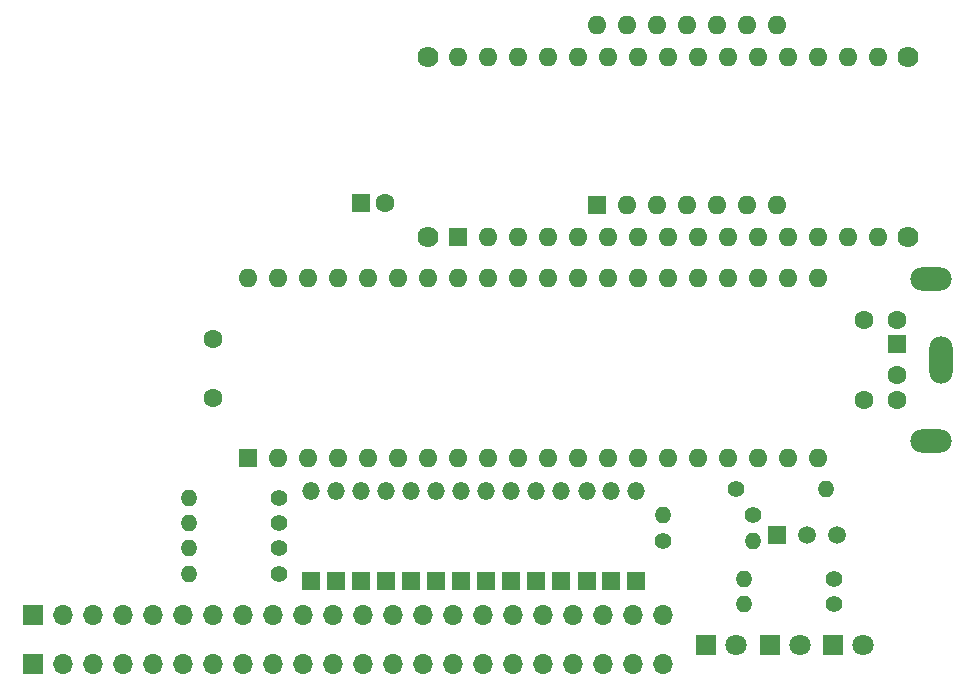
<source format=gbr>
%TF.GenerationSoftware,KiCad,Pcbnew,7.0.11*%
%TF.CreationDate,2024-06-27T03:27:34+01:00*%
%TF.ProjectId,Electron-PS2USB,456c6563-7472-46f6-9e2d-505332555342,rev?*%
%TF.SameCoordinates,Original*%
%TF.FileFunction,Soldermask,Top*%
%TF.FilePolarity,Negative*%
%FSLAX46Y46*%
G04 Gerber Fmt 4.6, Leading zero omitted, Abs format (unit mm)*
G04 Created by KiCad (PCBNEW 7.0.11) date 2024-06-27 03:27:34*
%MOMM*%
%LPD*%
G01*
G04 APERTURE LIST*
%ADD10R,1.500000X1.500000*%
%ADD11O,1.500000X1.500000*%
%ADD12C,1.500000*%
%ADD13C,1.780000*%
%ADD14R,1.600000X1.600000*%
%ADD15O,1.600000X1.600000*%
%ADD16C,1.400000*%
%ADD17O,1.400000X1.400000*%
%ADD18R,1.800000X1.800000*%
%ADD19C,1.800000*%
%ADD20C,1.600000*%
%ADD21O,3.500000X2.000000*%
%ADD22O,2.000000X4.000000*%
%ADD23R,1.700000X1.700000*%
%ADD24O,1.700000X1.700000*%
G04 APERTURE END LIST*
D10*
%TO.C,D6*%
X82875000Y-106640000D03*
D11*
X82875000Y-99020000D03*
%TD*%
D10*
%TO.C,Q1*%
X111745000Y-102775000D03*
D12*
X114285000Y-102775000D03*
X116825000Y-102775000D03*
%TD*%
D13*
%TO.C,U2*%
X82160000Y-77540000D03*
X122800000Y-77540000D03*
X82160000Y-62300000D03*
X122800000Y-62300000D03*
D14*
X84700000Y-77540000D03*
D15*
X87240000Y-77540000D03*
X89780000Y-77540000D03*
X92320000Y-77540000D03*
X94860000Y-77540000D03*
X97400000Y-77540000D03*
X99940000Y-77540000D03*
X102480000Y-77540000D03*
X105020000Y-77540000D03*
X107560000Y-77540000D03*
X110100000Y-77540000D03*
X112640000Y-77540000D03*
X115180000Y-77540000D03*
X117720000Y-77540000D03*
X120260000Y-77540000D03*
X120260000Y-62300000D03*
X117720000Y-62300000D03*
X115180000Y-62300000D03*
X112640000Y-62300000D03*
X110100000Y-62300000D03*
X107560000Y-62300000D03*
X105020000Y-62300000D03*
X102480000Y-62300000D03*
X99940000Y-62300000D03*
X97400000Y-62300000D03*
X94860000Y-62300000D03*
X92320000Y-62300000D03*
X89780000Y-62300000D03*
X87240000Y-62300000D03*
X84700000Y-62300000D03*
%TD*%
D10*
%TO.C,D7*%
X84975000Y-106640000D03*
D11*
X84975000Y-99020000D03*
%TD*%
D14*
%TO.C,U1*%
X66925000Y-96225000D03*
D15*
X69465000Y-96225000D03*
X72005000Y-96225000D03*
X74545000Y-96225000D03*
X77085000Y-96225000D03*
X79625000Y-96225000D03*
X82165000Y-96225000D03*
X84705000Y-96225000D03*
X87245000Y-96225000D03*
X89785000Y-96225000D03*
X92325000Y-96225000D03*
X94865000Y-96225000D03*
X97405000Y-96225000D03*
X99945000Y-96225000D03*
X102485000Y-96225000D03*
X105025000Y-96225000D03*
X107565000Y-96225000D03*
X110105000Y-96225000D03*
X112645000Y-96225000D03*
X115185000Y-96225000D03*
X115185000Y-80985000D03*
X112645000Y-80985000D03*
X110105000Y-80985000D03*
X107565000Y-80985000D03*
X105025000Y-80985000D03*
X102485000Y-80985000D03*
X99945000Y-80985000D03*
X97405000Y-80985000D03*
X94865000Y-80985000D03*
X92325000Y-80985000D03*
X89785000Y-80985000D03*
X87245000Y-80985000D03*
X84705000Y-80985000D03*
X82165000Y-80985000D03*
X79625000Y-80985000D03*
X77085000Y-80985000D03*
X74545000Y-80985000D03*
X72005000Y-80985000D03*
X69465000Y-80985000D03*
X66925000Y-80985000D03*
%TD*%
D16*
%TO.C,R18*%
X116560000Y-108650000D03*
D17*
X108940000Y-108650000D03*
%TD*%
D10*
%TO.C,D9*%
X89225000Y-106640000D03*
D11*
X89225000Y-99020000D03*
%TD*%
D18*
%TO.C,D17*%
X116435000Y-112100000D03*
D19*
X118975000Y-112100000D03*
%TD*%
D10*
%TO.C,D8*%
X87100000Y-106640000D03*
D11*
X87100000Y-99020000D03*
%TD*%
D16*
%TO.C,R3*%
X69600000Y-103900000D03*
D17*
X61980000Y-103900000D03*
%TD*%
D16*
%TO.C,R4*%
X69600000Y-101750000D03*
D17*
X61980000Y-101750000D03*
%TD*%
D14*
%TO.C,J3*%
X121925000Y-86625000D03*
D20*
X121925000Y-89225000D03*
X121925000Y-84525000D03*
X121925000Y-91325000D03*
X119125000Y-84525000D03*
X119125000Y-91325000D03*
D21*
X124775000Y-94775000D03*
D22*
X125575000Y-87925000D03*
D21*
X124775000Y-81075000D03*
%TD*%
D16*
%TO.C,R17*%
X102065000Y-103275000D03*
D17*
X109685000Y-103275000D03*
%TD*%
D10*
%TO.C,D14*%
X99800000Y-106640000D03*
D11*
X99800000Y-99020000D03*
%TD*%
D10*
%TO.C,D3*%
X76525000Y-106640000D03*
D11*
X76525000Y-99020000D03*
%TD*%
D10*
%TO.C,D5*%
X80750000Y-106640000D03*
D11*
X80750000Y-99020000D03*
%TD*%
D18*
%TO.C,D16*%
X111125000Y-112100000D03*
D19*
X113665000Y-112100000D03*
%TD*%
D10*
%TO.C,D12*%
X95600000Y-106640000D03*
D11*
X95600000Y-99020000D03*
%TD*%
D23*
%TO.C,CP1*%
X48755000Y-113650000D03*
D24*
X51295000Y-113650000D03*
X53835000Y-113650000D03*
X56375000Y-113650000D03*
X58915000Y-113650000D03*
X61455000Y-113650000D03*
X63995000Y-113650000D03*
X66535000Y-113650000D03*
X69075000Y-113650000D03*
X71615000Y-113650000D03*
X74155000Y-113650000D03*
X76695000Y-113650000D03*
X79235000Y-113650000D03*
X81775000Y-113650000D03*
X84315000Y-113650000D03*
X86855000Y-113650000D03*
X89395000Y-113650000D03*
X91935000Y-113650000D03*
X94475000Y-113650000D03*
X97015000Y-113650000D03*
X99555000Y-113650000D03*
X102095000Y-113650000D03*
%TD*%
D16*
%TO.C,R16*%
X109685000Y-101100000D03*
D17*
X102065000Y-101100000D03*
%TD*%
D16*
%TO.C,R5*%
X69600000Y-99600000D03*
D17*
X61980000Y-99600000D03*
%TD*%
D16*
%TO.C,R2*%
X69600000Y-106050000D03*
D17*
X61980000Y-106050000D03*
%TD*%
D10*
%TO.C,D4*%
X78650000Y-106640000D03*
D11*
X78650000Y-99020000D03*
%TD*%
D14*
%TO.C,U7*%
X96491000Y-74850000D03*
D15*
X99031000Y-74850000D03*
X101571000Y-74850000D03*
X104111000Y-74850000D03*
X106651000Y-74850000D03*
X109191000Y-74850000D03*
X111731000Y-74850000D03*
X111731000Y-59610000D03*
X109191000Y-59610000D03*
X106651000Y-59610000D03*
X104111000Y-59610000D03*
X101571000Y-59610000D03*
X99031000Y-59610000D03*
X96491000Y-59610000D03*
%TD*%
D10*
%TO.C,D13*%
X97700000Y-106640000D03*
D11*
X97700000Y-99020000D03*
%TD*%
D14*
%TO.C,C2*%
X76525000Y-74625000D03*
D20*
X78525000Y-74625000D03*
%TD*%
%TO.C,C1*%
X63975000Y-91175000D03*
X63975000Y-86175000D03*
%TD*%
D10*
%TO.C,D10*%
X91350000Y-106640000D03*
D11*
X91350000Y-99020000D03*
%TD*%
D23*
%TO.C,CP2*%
X48755000Y-109550000D03*
D24*
X51295000Y-109550000D03*
X53835000Y-109550000D03*
X56375000Y-109550000D03*
X58915000Y-109550000D03*
X61455000Y-109550000D03*
X63995000Y-109550000D03*
X66535000Y-109550000D03*
X69075000Y-109550000D03*
X71615000Y-109550000D03*
X74155000Y-109550000D03*
X76695000Y-109550000D03*
X79235000Y-109550000D03*
X81775000Y-109550000D03*
X84315000Y-109550000D03*
X86855000Y-109550000D03*
X89395000Y-109550000D03*
X91935000Y-109550000D03*
X94475000Y-109550000D03*
X97015000Y-109550000D03*
X99555000Y-109550000D03*
X102095000Y-109550000D03*
%TD*%
D18*
%TO.C,D15*%
X105710000Y-112100000D03*
D19*
X108250000Y-112100000D03*
%TD*%
D10*
%TO.C,D11*%
X93475000Y-106640000D03*
D11*
X93475000Y-99020000D03*
%TD*%
D16*
%TO.C,R19*%
X116560000Y-106500000D03*
D17*
X108940000Y-106500000D03*
%TD*%
D16*
%TO.C,R15*%
X108215000Y-98900000D03*
D17*
X115835000Y-98900000D03*
%TD*%
D10*
%TO.C,D2*%
X74400000Y-106640000D03*
D11*
X74400000Y-99020000D03*
%TD*%
D10*
%TO.C,D1*%
X72275000Y-106640000D03*
D11*
X72275000Y-99020000D03*
%TD*%
M02*

</source>
